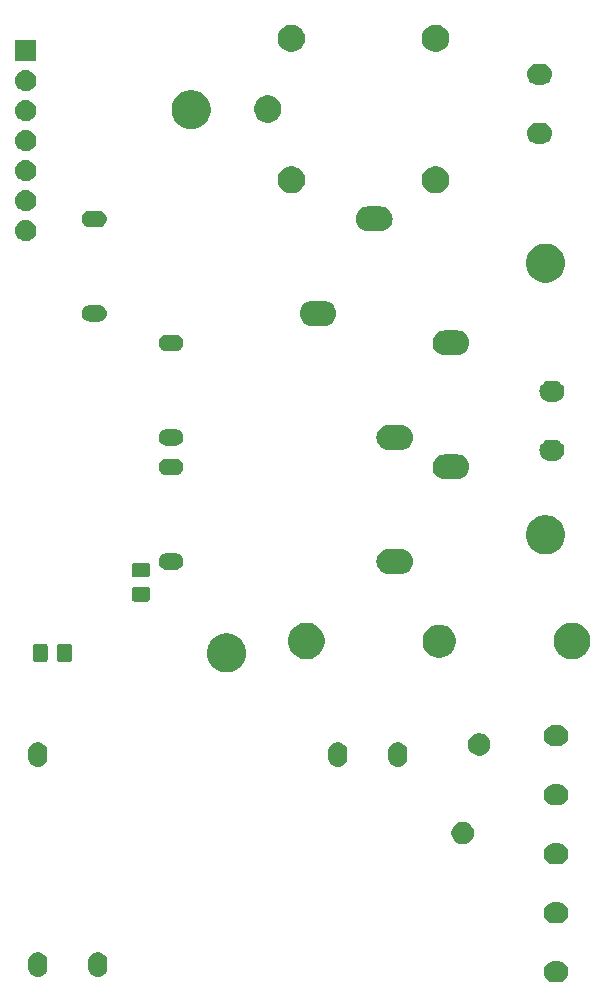
<source format=gbr>
G04 #@! TF.GenerationSoftware,KiCad,Pcbnew,5.0.2+dfsg1-1~bpo9+1*
G04 #@! TF.CreationDate,2019-02-03T14:49:37+01:00*
G04 #@! TF.ProjectId,rollershutter-light-control,726f6c6c-6572-4736-9875-747465722d6c,rev?*
G04 #@! TF.SameCoordinates,Original*
G04 #@! TF.FileFunction,Soldermask,Bot*
G04 #@! TF.FilePolarity,Negative*
%FSLAX46Y46*%
G04 Gerber Fmt 4.6, Leading zero omitted, Abs format (unit mm)*
G04 Created by KiCad (PCBNEW 5.0.2+dfsg1-1~bpo9+1) date Sun 03 Feb 2019 02:49:37 PM CET*
%MOMM*%
%LPD*%
G01*
G04 APERTURE LIST*
%ADD10C,0.100000*%
G04 APERTURE END LIST*
D10*
G36*
X258160442Y-147105518D02*
X258226627Y-147112037D01*
X258339853Y-147146384D01*
X258396467Y-147163557D01*
X258535087Y-147237652D01*
X258552991Y-147247222D01*
X258588729Y-147276552D01*
X258690186Y-147359814D01*
X258773448Y-147461271D01*
X258802778Y-147497009D01*
X258802779Y-147497011D01*
X258886443Y-147653533D01*
X258886443Y-147653534D01*
X258937963Y-147823373D01*
X258955359Y-148000000D01*
X258937963Y-148176627D01*
X258929156Y-148205659D01*
X258886443Y-148346467D01*
X258867050Y-148382748D01*
X258802778Y-148502991D01*
X258773448Y-148538729D01*
X258690186Y-148640186D01*
X258588729Y-148723448D01*
X258552991Y-148752778D01*
X258552989Y-148752779D01*
X258396467Y-148836443D01*
X258339853Y-148853616D01*
X258226627Y-148887963D01*
X258160443Y-148894481D01*
X258094260Y-148901000D01*
X257705740Y-148901000D01*
X257639557Y-148894481D01*
X257573373Y-148887963D01*
X257460147Y-148853616D01*
X257403533Y-148836443D01*
X257247011Y-148752779D01*
X257247009Y-148752778D01*
X257211271Y-148723448D01*
X257109814Y-148640186D01*
X257026552Y-148538729D01*
X256997222Y-148502991D01*
X256932950Y-148382748D01*
X256913557Y-148346467D01*
X256870844Y-148205659D01*
X256862037Y-148176627D01*
X256844641Y-148000000D01*
X256862037Y-147823373D01*
X256913557Y-147653534D01*
X256913557Y-147653533D01*
X256997221Y-147497011D01*
X256997222Y-147497009D01*
X257026552Y-147461271D01*
X257109814Y-147359814D01*
X257211271Y-147276552D01*
X257247009Y-147247222D01*
X257264913Y-147237652D01*
X257403533Y-147163557D01*
X257460147Y-147146384D01*
X257573373Y-147112037D01*
X257639558Y-147105518D01*
X257705740Y-147099000D01*
X258094260Y-147099000D01*
X258160442Y-147105518D01*
X258160442Y-147105518D01*
G37*
G36*
X214169376Y-146350764D02*
X214271543Y-146381756D01*
X214322628Y-146397252D01*
X214463865Y-146472745D01*
X214587659Y-146574341D01*
X214689255Y-146698135D01*
X214764748Y-146839372D01*
X214764748Y-146839373D01*
X214811236Y-146992624D01*
X214823000Y-147112068D01*
X214823000Y-147667933D01*
X214811236Y-147787376D01*
X214780244Y-147889543D01*
X214764748Y-147940628D01*
X214689255Y-148081865D01*
X214611487Y-148176625D01*
X214587659Y-148205659D01*
X214463863Y-148307255D01*
X214398120Y-148342395D01*
X214322627Y-148382748D01*
X214271542Y-148398244D01*
X214169375Y-148429236D01*
X214010000Y-148444933D01*
X213850624Y-148429236D01*
X213748457Y-148398244D01*
X213697372Y-148382748D01*
X213556135Y-148307255D01*
X213432341Y-148205659D01*
X213330746Y-148081864D01*
X213255252Y-147940627D01*
X213239756Y-147889542D01*
X213208764Y-147787375D01*
X213197000Y-147667932D01*
X213197000Y-147112067D01*
X213208764Y-146992624D01*
X213255252Y-146839373D01*
X213255252Y-146839372D01*
X213330746Y-146698135D01*
X213432342Y-146574341D01*
X213556136Y-146472745D01*
X213697373Y-146397252D01*
X213748458Y-146381756D01*
X213850625Y-146350764D01*
X214010000Y-146335067D01*
X214169376Y-146350764D01*
X214169376Y-146350764D01*
G37*
G36*
X219249376Y-146350764D02*
X219351543Y-146381756D01*
X219402628Y-146397252D01*
X219543865Y-146472745D01*
X219667659Y-146574341D01*
X219769255Y-146698135D01*
X219844748Y-146839372D01*
X219844748Y-146839373D01*
X219891236Y-146992624D01*
X219903000Y-147112068D01*
X219903000Y-147667933D01*
X219891236Y-147787376D01*
X219860244Y-147889543D01*
X219844748Y-147940628D01*
X219769255Y-148081865D01*
X219691487Y-148176625D01*
X219667659Y-148205659D01*
X219543863Y-148307255D01*
X219478120Y-148342395D01*
X219402627Y-148382748D01*
X219351542Y-148398244D01*
X219249375Y-148429236D01*
X219090000Y-148444933D01*
X218930624Y-148429236D01*
X218828457Y-148398244D01*
X218777372Y-148382748D01*
X218636135Y-148307255D01*
X218512341Y-148205659D01*
X218410746Y-148081864D01*
X218335252Y-147940627D01*
X218319756Y-147889542D01*
X218288764Y-147787375D01*
X218277000Y-147667932D01*
X218277000Y-147112067D01*
X218288764Y-146992624D01*
X218335252Y-146839373D01*
X218335252Y-146839372D01*
X218410746Y-146698135D01*
X218512342Y-146574341D01*
X218636136Y-146472745D01*
X218777373Y-146397252D01*
X218828458Y-146381756D01*
X218930625Y-146350764D01*
X219090000Y-146335067D01*
X219249376Y-146350764D01*
X219249376Y-146350764D01*
G37*
G36*
X258160443Y-142105519D02*
X258226627Y-142112037D01*
X258339853Y-142146384D01*
X258396467Y-142163557D01*
X258535087Y-142237652D01*
X258552991Y-142247222D01*
X258588729Y-142276552D01*
X258690186Y-142359814D01*
X258773448Y-142461271D01*
X258802778Y-142497009D01*
X258802779Y-142497011D01*
X258886443Y-142653533D01*
X258886443Y-142653534D01*
X258937963Y-142823373D01*
X258955359Y-143000000D01*
X258937963Y-143176627D01*
X258903616Y-143289853D01*
X258886443Y-143346467D01*
X258812348Y-143485087D01*
X258802778Y-143502991D01*
X258773448Y-143538729D01*
X258690186Y-143640186D01*
X258588729Y-143723448D01*
X258552991Y-143752778D01*
X258552989Y-143752779D01*
X258396467Y-143836443D01*
X258339853Y-143853616D01*
X258226627Y-143887963D01*
X258160442Y-143894482D01*
X258094260Y-143901000D01*
X257705740Y-143901000D01*
X257639558Y-143894482D01*
X257573373Y-143887963D01*
X257460147Y-143853616D01*
X257403533Y-143836443D01*
X257247011Y-143752779D01*
X257247009Y-143752778D01*
X257211271Y-143723448D01*
X257109814Y-143640186D01*
X257026552Y-143538729D01*
X256997222Y-143502991D01*
X256987652Y-143485087D01*
X256913557Y-143346467D01*
X256896384Y-143289853D01*
X256862037Y-143176627D01*
X256844641Y-143000000D01*
X256862037Y-142823373D01*
X256913557Y-142653534D01*
X256913557Y-142653533D01*
X256997221Y-142497011D01*
X256997222Y-142497009D01*
X257026552Y-142461271D01*
X257109814Y-142359814D01*
X257211271Y-142276552D01*
X257247009Y-142247222D01*
X257264913Y-142237652D01*
X257403533Y-142163557D01*
X257460147Y-142146384D01*
X257573373Y-142112037D01*
X257639557Y-142105519D01*
X257705740Y-142099000D01*
X258094260Y-142099000D01*
X258160443Y-142105519D01*
X258160443Y-142105519D01*
G37*
G36*
X258160442Y-137105518D02*
X258226627Y-137112037D01*
X258339853Y-137146384D01*
X258396467Y-137163557D01*
X258535087Y-137237652D01*
X258552991Y-137247222D01*
X258588729Y-137276552D01*
X258690186Y-137359814D01*
X258773448Y-137461271D01*
X258802778Y-137497009D01*
X258802779Y-137497011D01*
X258886443Y-137653533D01*
X258886443Y-137653534D01*
X258937963Y-137823373D01*
X258955359Y-138000000D01*
X258937963Y-138176627D01*
X258903616Y-138289853D01*
X258886443Y-138346467D01*
X258812348Y-138485087D01*
X258802778Y-138502991D01*
X258773448Y-138538729D01*
X258690186Y-138640186D01*
X258588729Y-138723448D01*
X258552991Y-138752778D01*
X258552989Y-138752779D01*
X258396467Y-138836443D01*
X258339853Y-138853616D01*
X258226627Y-138887963D01*
X258160443Y-138894481D01*
X258094260Y-138901000D01*
X257705740Y-138901000D01*
X257639557Y-138894481D01*
X257573373Y-138887963D01*
X257460147Y-138853616D01*
X257403533Y-138836443D01*
X257247011Y-138752779D01*
X257247009Y-138752778D01*
X257211271Y-138723448D01*
X257109814Y-138640186D01*
X257026552Y-138538729D01*
X256997222Y-138502991D01*
X256987652Y-138485087D01*
X256913557Y-138346467D01*
X256896384Y-138289853D01*
X256862037Y-138176627D01*
X256844641Y-138000000D01*
X256862037Y-137823373D01*
X256913557Y-137653534D01*
X256913557Y-137653533D01*
X256997221Y-137497011D01*
X256997222Y-137497009D01*
X257026552Y-137461271D01*
X257109814Y-137359814D01*
X257211271Y-137276552D01*
X257247009Y-137247222D01*
X257264913Y-137237652D01*
X257403533Y-137163557D01*
X257460147Y-137146384D01*
X257573373Y-137112037D01*
X257639558Y-137105518D01*
X257705740Y-137099000D01*
X258094260Y-137099000D01*
X258160442Y-137105518D01*
X258160442Y-137105518D01*
G37*
G36*
X250277396Y-135335546D02*
X250450466Y-135407234D01*
X250606230Y-135511312D01*
X250738688Y-135643770D01*
X250842766Y-135799534D01*
X250914454Y-135972604D01*
X250951000Y-136156333D01*
X250951000Y-136343667D01*
X250914454Y-136527396D01*
X250842766Y-136700466D01*
X250738688Y-136856230D01*
X250606230Y-136988688D01*
X250450466Y-137092766D01*
X250277396Y-137164454D01*
X250093667Y-137201000D01*
X249906333Y-137201000D01*
X249722604Y-137164454D01*
X249549534Y-137092766D01*
X249393770Y-136988688D01*
X249261312Y-136856230D01*
X249157234Y-136700466D01*
X249085546Y-136527396D01*
X249049000Y-136343667D01*
X249049000Y-136156333D01*
X249085546Y-135972604D01*
X249157234Y-135799534D01*
X249261312Y-135643770D01*
X249393770Y-135511312D01*
X249549534Y-135407234D01*
X249722604Y-135335546D01*
X249906333Y-135299000D01*
X250093667Y-135299000D01*
X250277396Y-135335546D01*
X250277396Y-135335546D01*
G37*
G36*
X258160443Y-132105519D02*
X258226627Y-132112037D01*
X258339853Y-132146384D01*
X258396467Y-132163557D01*
X258535087Y-132237652D01*
X258552991Y-132247222D01*
X258588729Y-132276552D01*
X258690186Y-132359814D01*
X258773448Y-132461271D01*
X258802778Y-132497009D01*
X258802779Y-132497011D01*
X258886443Y-132653533D01*
X258886443Y-132653534D01*
X258937963Y-132823373D01*
X258955359Y-133000000D01*
X258937963Y-133176627D01*
X258903616Y-133289853D01*
X258886443Y-133346467D01*
X258812348Y-133485087D01*
X258802778Y-133502991D01*
X258773448Y-133538729D01*
X258690186Y-133640186D01*
X258588729Y-133723448D01*
X258552991Y-133752778D01*
X258552989Y-133752779D01*
X258396467Y-133836443D01*
X258339853Y-133853616D01*
X258226627Y-133887963D01*
X258160443Y-133894481D01*
X258094260Y-133901000D01*
X257705740Y-133901000D01*
X257639557Y-133894481D01*
X257573373Y-133887963D01*
X257460147Y-133853616D01*
X257403533Y-133836443D01*
X257247011Y-133752779D01*
X257247009Y-133752778D01*
X257211271Y-133723448D01*
X257109814Y-133640186D01*
X257026552Y-133538729D01*
X256997222Y-133502991D01*
X256987652Y-133485087D01*
X256913557Y-133346467D01*
X256896384Y-133289853D01*
X256862037Y-133176627D01*
X256844641Y-133000000D01*
X256862037Y-132823373D01*
X256913557Y-132653534D01*
X256913557Y-132653533D01*
X256997221Y-132497011D01*
X256997222Y-132497009D01*
X257026552Y-132461271D01*
X257109814Y-132359814D01*
X257211271Y-132276552D01*
X257247009Y-132247222D01*
X257264913Y-132237652D01*
X257403533Y-132163557D01*
X257460147Y-132146384D01*
X257573373Y-132112037D01*
X257639557Y-132105519D01*
X257705740Y-132099000D01*
X258094260Y-132099000D01*
X258160443Y-132105519D01*
X258160443Y-132105519D01*
G37*
G36*
X244649376Y-128570764D02*
X244751543Y-128601756D01*
X244802628Y-128617252D01*
X244943865Y-128692745D01*
X245067659Y-128794341D01*
X245169255Y-128918135D01*
X245244748Y-129059372D01*
X245244748Y-129059373D01*
X245291236Y-129212624D01*
X245303000Y-129332068D01*
X245303000Y-129887933D01*
X245291236Y-130007376D01*
X245260244Y-130109543D01*
X245244748Y-130160628D01*
X245169255Y-130301865D01*
X245067659Y-130425659D01*
X244943863Y-130527255D01*
X244878120Y-130562395D01*
X244802627Y-130602748D01*
X244751542Y-130618244D01*
X244649375Y-130649236D01*
X244490000Y-130664933D01*
X244330624Y-130649236D01*
X244228457Y-130618244D01*
X244177372Y-130602748D01*
X244036135Y-130527255D01*
X243912341Y-130425659D01*
X243810746Y-130301864D01*
X243735252Y-130160627D01*
X243719756Y-130109542D01*
X243688764Y-130007375D01*
X243677000Y-129887932D01*
X243677000Y-129332067D01*
X243688764Y-129212624D01*
X243735252Y-129059373D01*
X243735252Y-129059372D01*
X243810746Y-128918135D01*
X243912342Y-128794341D01*
X244036136Y-128692745D01*
X244177373Y-128617252D01*
X244228458Y-128601756D01*
X244330625Y-128570764D01*
X244490000Y-128555067D01*
X244649376Y-128570764D01*
X244649376Y-128570764D01*
G37*
G36*
X239569376Y-128570764D02*
X239671543Y-128601756D01*
X239722628Y-128617252D01*
X239863865Y-128692745D01*
X239987659Y-128794341D01*
X240089255Y-128918135D01*
X240164748Y-129059372D01*
X240164748Y-129059373D01*
X240211236Y-129212624D01*
X240223000Y-129332068D01*
X240223000Y-129887933D01*
X240211236Y-130007376D01*
X240180244Y-130109543D01*
X240164748Y-130160628D01*
X240089255Y-130301865D01*
X239987659Y-130425659D01*
X239863863Y-130527255D01*
X239798120Y-130562395D01*
X239722627Y-130602748D01*
X239671542Y-130618244D01*
X239569375Y-130649236D01*
X239410000Y-130664933D01*
X239250624Y-130649236D01*
X239148457Y-130618244D01*
X239097372Y-130602748D01*
X238956135Y-130527255D01*
X238832341Y-130425659D01*
X238730746Y-130301864D01*
X238655252Y-130160627D01*
X238639756Y-130109542D01*
X238608764Y-130007375D01*
X238597000Y-129887932D01*
X238597000Y-129332067D01*
X238608764Y-129212624D01*
X238655252Y-129059373D01*
X238655252Y-129059372D01*
X238730746Y-128918135D01*
X238832342Y-128794341D01*
X238956136Y-128692745D01*
X239097373Y-128617252D01*
X239148458Y-128601756D01*
X239250625Y-128570764D01*
X239410000Y-128555067D01*
X239569376Y-128570764D01*
X239569376Y-128570764D01*
G37*
G36*
X214169376Y-128570764D02*
X214271543Y-128601756D01*
X214322628Y-128617252D01*
X214463865Y-128692745D01*
X214587659Y-128794341D01*
X214689255Y-128918135D01*
X214764748Y-129059372D01*
X214764748Y-129059373D01*
X214811236Y-129212624D01*
X214823000Y-129332068D01*
X214823000Y-129887933D01*
X214811236Y-130007376D01*
X214780244Y-130109543D01*
X214764748Y-130160628D01*
X214689255Y-130301865D01*
X214587659Y-130425659D01*
X214463863Y-130527255D01*
X214398120Y-130562395D01*
X214322627Y-130602748D01*
X214271542Y-130618244D01*
X214169375Y-130649236D01*
X214010000Y-130664933D01*
X213850624Y-130649236D01*
X213748457Y-130618244D01*
X213697372Y-130602748D01*
X213556135Y-130527255D01*
X213432341Y-130425659D01*
X213330746Y-130301864D01*
X213255252Y-130160627D01*
X213239756Y-130109542D01*
X213208764Y-130007375D01*
X213197000Y-129887932D01*
X213197000Y-129332067D01*
X213208764Y-129212624D01*
X213255252Y-129059373D01*
X213255252Y-129059372D01*
X213330746Y-128918135D01*
X213432342Y-128794341D01*
X213556136Y-128692745D01*
X213697373Y-128617252D01*
X213748458Y-128601756D01*
X213850625Y-128570764D01*
X214010000Y-128555067D01*
X214169376Y-128570764D01*
X214169376Y-128570764D01*
G37*
G36*
X251677396Y-127835546D02*
X251850466Y-127907234D01*
X252006230Y-128011312D01*
X252138688Y-128143770D01*
X252242766Y-128299534D01*
X252314454Y-128472604D01*
X252351000Y-128656333D01*
X252351000Y-128843667D01*
X252314454Y-129027396D01*
X252242766Y-129200466D01*
X252138688Y-129356230D01*
X252006230Y-129488688D01*
X251850466Y-129592766D01*
X251677396Y-129664454D01*
X251493667Y-129701000D01*
X251306333Y-129701000D01*
X251122604Y-129664454D01*
X250949534Y-129592766D01*
X250793770Y-129488688D01*
X250661312Y-129356230D01*
X250557234Y-129200466D01*
X250485546Y-129027396D01*
X250449000Y-128843667D01*
X250449000Y-128656333D01*
X250485546Y-128472604D01*
X250557234Y-128299534D01*
X250661312Y-128143770D01*
X250793770Y-128011312D01*
X250949534Y-127907234D01*
X251122604Y-127835546D01*
X251306333Y-127799000D01*
X251493667Y-127799000D01*
X251677396Y-127835546D01*
X251677396Y-127835546D01*
G37*
G36*
X258160443Y-127105519D02*
X258226627Y-127112037D01*
X258339853Y-127146384D01*
X258396467Y-127163557D01*
X258535087Y-127237652D01*
X258552991Y-127247222D01*
X258588729Y-127276552D01*
X258690186Y-127359814D01*
X258773448Y-127461271D01*
X258802778Y-127497009D01*
X258802779Y-127497011D01*
X258886443Y-127653533D01*
X258886443Y-127653534D01*
X258937963Y-127823373D01*
X258955359Y-128000000D01*
X258937963Y-128176627D01*
X258903616Y-128289853D01*
X258886443Y-128346467D01*
X258819020Y-128472604D01*
X258802778Y-128502991D01*
X258773448Y-128538729D01*
X258690186Y-128640186D01*
X258588729Y-128723448D01*
X258552991Y-128752778D01*
X258552989Y-128752779D01*
X258396467Y-128836443D01*
X258372652Y-128843667D01*
X258226627Y-128887963D01*
X258160443Y-128894481D01*
X258094260Y-128901000D01*
X257705740Y-128901000D01*
X257639557Y-128894481D01*
X257573373Y-128887963D01*
X257427348Y-128843667D01*
X257403533Y-128836443D01*
X257247011Y-128752779D01*
X257247009Y-128752778D01*
X257211271Y-128723448D01*
X257109814Y-128640186D01*
X257026552Y-128538729D01*
X256997222Y-128502991D01*
X256980980Y-128472604D01*
X256913557Y-128346467D01*
X256896384Y-128289853D01*
X256862037Y-128176627D01*
X256844641Y-128000000D01*
X256862037Y-127823373D01*
X256913557Y-127653534D01*
X256913557Y-127653533D01*
X256997221Y-127497011D01*
X256997222Y-127497009D01*
X257026552Y-127461271D01*
X257109814Y-127359814D01*
X257211271Y-127276552D01*
X257247009Y-127247222D01*
X257264913Y-127237652D01*
X257403533Y-127163557D01*
X257460147Y-127146384D01*
X257573373Y-127112037D01*
X257639557Y-127105519D01*
X257705740Y-127099000D01*
X258094260Y-127099000D01*
X258160443Y-127105519D01*
X258160443Y-127105519D01*
G37*
G36*
X230375256Y-119391298D02*
X230481579Y-119412447D01*
X230782042Y-119536903D01*
X230863517Y-119591343D01*
X231052454Y-119717587D01*
X231282413Y-119947546D01*
X231282415Y-119947549D01*
X231409663Y-120137988D01*
X231463098Y-120217960D01*
X231478121Y-120254230D01*
X231543192Y-120411323D01*
X231587553Y-120518422D01*
X231651000Y-120837389D01*
X231651000Y-121162611D01*
X231614290Y-121347161D01*
X231587553Y-121481579D01*
X231527581Y-121626364D01*
X231463098Y-121782040D01*
X231282413Y-122052454D01*
X231052454Y-122282413D01*
X231052451Y-122282415D01*
X230782042Y-122463097D01*
X230481579Y-122587553D01*
X230375256Y-122608702D01*
X230162611Y-122651000D01*
X229837389Y-122651000D01*
X229624744Y-122608702D01*
X229518421Y-122587553D01*
X229217958Y-122463097D01*
X228947549Y-122282415D01*
X228947546Y-122282413D01*
X228717587Y-122052454D01*
X228536902Y-121782040D01*
X228472419Y-121626364D01*
X228412447Y-121481579D01*
X228385710Y-121347161D01*
X228349000Y-121162611D01*
X228349000Y-120837389D01*
X228412447Y-120518422D01*
X228456809Y-120411323D01*
X228521879Y-120254230D01*
X228536902Y-120217960D01*
X228590338Y-120137988D01*
X228717585Y-119947549D01*
X228717587Y-119947546D01*
X228947546Y-119717587D01*
X229136483Y-119591343D01*
X229217958Y-119536903D01*
X229518421Y-119412447D01*
X229624744Y-119391298D01*
X229837389Y-119349000D01*
X230162611Y-119349000D01*
X230375256Y-119391298D01*
X230375256Y-119391298D01*
G37*
G36*
X216738677Y-120253465D02*
X216776364Y-120264898D01*
X216811103Y-120283466D01*
X216841548Y-120308452D01*
X216866534Y-120338897D01*
X216885102Y-120373636D01*
X216896535Y-120411323D01*
X216901000Y-120456661D01*
X216901000Y-121543339D01*
X216896535Y-121588677D01*
X216885102Y-121626364D01*
X216866534Y-121661103D01*
X216841548Y-121691548D01*
X216811103Y-121716534D01*
X216776364Y-121735102D01*
X216738677Y-121746535D01*
X216693339Y-121751000D01*
X215856661Y-121751000D01*
X215811323Y-121746535D01*
X215773636Y-121735102D01*
X215738897Y-121716534D01*
X215708452Y-121691548D01*
X215683466Y-121661103D01*
X215664898Y-121626364D01*
X215653465Y-121588677D01*
X215649000Y-121543339D01*
X215649000Y-120456661D01*
X215653465Y-120411323D01*
X215664898Y-120373636D01*
X215683466Y-120338897D01*
X215708452Y-120308452D01*
X215738897Y-120283466D01*
X215773636Y-120264898D01*
X215811323Y-120253465D01*
X215856661Y-120249000D01*
X216693339Y-120249000D01*
X216738677Y-120253465D01*
X216738677Y-120253465D01*
G37*
G36*
X214688677Y-120253465D02*
X214726364Y-120264898D01*
X214761103Y-120283466D01*
X214791548Y-120308452D01*
X214816534Y-120338897D01*
X214835102Y-120373636D01*
X214846535Y-120411323D01*
X214851000Y-120456661D01*
X214851000Y-121543339D01*
X214846535Y-121588677D01*
X214835102Y-121626364D01*
X214816534Y-121661103D01*
X214791548Y-121691548D01*
X214761103Y-121716534D01*
X214726364Y-121735102D01*
X214688677Y-121746535D01*
X214643339Y-121751000D01*
X213806661Y-121751000D01*
X213761323Y-121746535D01*
X213723636Y-121735102D01*
X213688897Y-121716534D01*
X213658452Y-121691548D01*
X213633466Y-121661103D01*
X213614898Y-121626364D01*
X213603465Y-121588677D01*
X213599000Y-121543339D01*
X213599000Y-120456661D01*
X213603465Y-120411323D01*
X213614898Y-120373636D01*
X213633466Y-120338897D01*
X213658452Y-120308452D01*
X213688897Y-120283466D01*
X213723636Y-120264898D01*
X213761323Y-120253465D01*
X213806661Y-120249000D01*
X214643339Y-120249000D01*
X214688677Y-120253465D01*
X214688677Y-120253465D01*
G37*
G36*
X237102527Y-118488736D02*
X237202410Y-118508604D01*
X237484674Y-118625521D01*
X237738705Y-118795259D01*
X237954741Y-119011295D01*
X238124479Y-119265326D01*
X238236969Y-119536903D01*
X238241396Y-119547591D01*
X238301000Y-119847238D01*
X238301000Y-120152762D01*
X238277736Y-120269718D01*
X238241396Y-120452410D01*
X238124479Y-120734674D01*
X237954741Y-120988705D01*
X237738705Y-121204741D01*
X237484674Y-121374479D01*
X237202410Y-121491396D01*
X237102527Y-121511264D01*
X236902762Y-121551000D01*
X236597238Y-121551000D01*
X236397473Y-121511264D01*
X236297590Y-121491396D01*
X236015326Y-121374479D01*
X235761295Y-121204741D01*
X235545259Y-120988705D01*
X235375521Y-120734674D01*
X235258604Y-120452410D01*
X235222264Y-120269718D01*
X235199000Y-120152762D01*
X235199000Y-119847238D01*
X235258604Y-119547591D01*
X235263031Y-119536903D01*
X235375521Y-119265326D01*
X235545259Y-119011295D01*
X235761295Y-118795259D01*
X236015326Y-118625521D01*
X236297590Y-118508604D01*
X236397473Y-118488736D01*
X236597238Y-118449000D01*
X236902762Y-118449000D01*
X237102527Y-118488736D01*
X237102527Y-118488736D01*
G37*
G36*
X259602527Y-118488736D02*
X259702410Y-118508604D01*
X259984674Y-118625521D01*
X260238705Y-118795259D01*
X260454741Y-119011295D01*
X260624479Y-119265326D01*
X260736969Y-119536903D01*
X260741396Y-119547591D01*
X260801000Y-119847238D01*
X260801000Y-120152762D01*
X260777736Y-120269718D01*
X260741396Y-120452410D01*
X260624479Y-120734674D01*
X260454741Y-120988705D01*
X260238705Y-121204741D01*
X259984674Y-121374479D01*
X259702410Y-121491396D01*
X259602527Y-121511264D01*
X259402762Y-121551000D01*
X259097238Y-121551000D01*
X258897473Y-121511264D01*
X258797590Y-121491396D01*
X258515326Y-121374479D01*
X258261295Y-121204741D01*
X258045259Y-120988705D01*
X257875521Y-120734674D01*
X257758604Y-120452410D01*
X257722264Y-120269718D01*
X257699000Y-120152762D01*
X257699000Y-119847238D01*
X257758604Y-119547591D01*
X257763031Y-119536903D01*
X257875521Y-119265326D01*
X258045259Y-119011295D01*
X258261295Y-118795259D01*
X258515326Y-118625521D01*
X258797590Y-118508604D01*
X258897473Y-118488736D01*
X259097238Y-118449000D01*
X259402762Y-118449000D01*
X259602527Y-118488736D01*
X259602527Y-118488736D01*
G37*
G36*
X248318433Y-118634893D02*
X248408657Y-118652839D01*
X248514267Y-118696585D01*
X248663621Y-118758449D01*
X248893089Y-118911774D01*
X249088226Y-119106911D01*
X249241551Y-119336379D01*
X249273059Y-119412447D01*
X249329038Y-119547590D01*
X249347161Y-119591344D01*
X249401000Y-119862012D01*
X249401000Y-120137988D01*
X249378918Y-120249000D01*
X249347161Y-120408657D01*
X249327277Y-120456661D01*
X249241551Y-120663621D01*
X249088226Y-120893089D01*
X248893089Y-121088226D01*
X248663621Y-121241551D01*
X248514267Y-121303415D01*
X248408657Y-121347161D01*
X248318433Y-121365107D01*
X248137988Y-121401000D01*
X247862012Y-121401000D01*
X247681567Y-121365107D01*
X247591343Y-121347161D01*
X247485733Y-121303415D01*
X247336379Y-121241551D01*
X247106911Y-121088226D01*
X246911774Y-120893089D01*
X246758449Y-120663621D01*
X246672723Y-120456661D01*
X246652839Y-120408657D01*
X246621082Y-120249000D01*
X246599000Y-120137988D01*
X246599000Y-119862012D01*
X246652839Y-119591344D01*
X246670963Y-119547590D01*
X246726941Y-119412447D01*
X246758449Y-119336379D01*
X246911774Y-119106911D01*
X247106911Y-118911774D01*
X247336379Y-118758449D01*
X247485733Y-118696585D01*
X247591343Y-118652839D01*
X247681567Y-118634893D01*
X247862012Y-118599000D01*
X248137988Y-118599000D01*
X248318433Y-118634893D01*
X248318433Y-118634893D01*
G37*
G36*
X223338677Y-115403465D02*
X223376364Y-115414898D01*
X223411103Y-115433466D01*
X223441548Y-115458452D01*
X223466534Y-115488897D01*
X223485102Y-115523636D01*
X223496535Y-115561323D01*
X223501000Y-115606661D01*
X223501000Y-116443339D01*
X223496535Y-116488677D01*
X223485102Y-116526364D01*
X223466534Y-116561103D01*
X223441548Y-116591548D01*
X223411103Y-116616534D01*
X223376364Y-116635102D01*
X223338677Y-116646535D01*
X223293339Y-116651000D01*
X222206661Y-116651000D01*
X222161323Y-116646535D01*
X222123636Y-116635102D01*
X222088897Y-116616534D01*
X222058452Y-116591548D01*
X222033466Y-116561103D01*
X222014898Y-116526364D01*
X222003465Y-116488677D01*
X221999000Y-116443339D01*
X221999000Y-115606661D01*
X222003465Y-115561323D01*
X222014898Y-115523636D01*
X222033466Y-115488897D01*
X222058452Y-115458452D01*
X222088897Y-115433466D01*
X222123636Y-115414898D01*
X222161323Y-115403465D01*
X222206661Y-115399000D01*
X223293339Y-115399000D01*
X223338677Y-115403465D01*
X223338677Y-115403465D01*
G37*
G36*
X223338677Y-113353465D02*
X223376364Y-113364898D01*
X223411103Y-113383466D01*
X223441548Y-113408452D01*
X223466534Y-113438897D01*
X223485102Y-113473636D01*
X223496535Y-113511323D01*
X223501000Y-113556661D01*
X223501000Y-114393339D01*
X223496535Y-114438677D01*
X223485102Y-114476364D01*
X223466534Y-114511103D01*
X223441548Y-114541548D01*
X223411103Y-114566534D01*
X223376364Y-114585102D01*
X223338677Y-114596535D01*
X223293339Y-114601000D01*
X222206661Y-114601000D01*
X222161323Y-114596535D01*
X222123636Y-114585102D01*
X222088897Y-114566534D01*
X222058452Y-114541548D01*
X222033466Y-114511103D01*
X222014898Y-114476364D01*
X222003465Y-114438677D01*
X221999000Y-114393339D01*
X221999000Y-113556661D01*
X222003465Y-113511323D01*
X222014898Y-113473636D01*
X222033466Y-113438897D01*
X222058452Y-113408452D01*
X222088897Y-113383466D01*
X222123636Y-113364898D01*
X222161323Y-113353465D01*
X222206661Y-113349000D01*
X223293339Y-113349000D01*
X223338677Y-113353465D01*
X223338677Y-113353465D01*
G37*
G36*
X244832510Y-112202041D02*
X244956032Y-112214207D01*
X245154146Y-112274305D01*
X245336729Y-112371897D01*
X245496765Y-112503235D01*
X245628103Y-112663271D01*
X245725695Y-112845854D01*
X245785793Y-113043968D01*
X245806085Y-113250000D01*
X245785793Y-113456032D01*
X245725695Y-113654146D01*
X245628103Y-113836729D01*
X245496765Y-113996765D01*
X245336729Y-114128103D01*
X245154146Y-114225695D01*
X244956032Y-114285793D01*
X244832510Y-114297959D01*
X244801631Y-114301000D01*
X243698369Y-114301000D01*
X243667490Y-114297959D01*
X243543968Y-114285793D01*
X243345854Y-114225695D01*
X243163271Y-114128103D01*
X243003235Y-113996765D01*
X242871897Y-113836729D01*
X242774305Y-113654146D01*
X242714207Y-113456032D01*
X242693915Y-113250000D01*
X242714207Y-113043968D01*
X242774305Y-112845854D01*
X242871897Y-112663271D01*
X243003235Y-112503235D01*
X243163271Y-112371897D01*
X243345854Y-112274305D01*
X243543968Y-112214207D01*
X243667490Y-112202041D01*
X243698369Y-112199000D01*
X244801631Y-112199000D01*
X244832510Y-112202041D01*
X244832510Y-112202041D01*
G37*
G36*
X225787421Y-112559143D02*
X225919557Y-112599227D01*
X225919559Y-112599228D01*
X226041339Y-112664320D01*
X226148080Y-112751920D01*
X226235680Y-112858661D01*
X226300772Y-112980441D01*
X226300773Y-112980443D01*
X226340857Y-113112579D01*
X226354391Y-113250000D01*
X226340857Y-113387421D01*
X226300773Y-113519557D01*
X226300772Y-113519559D01*
X226235680Y-113641339D01*
X226148080Y-113748080D01*
X226041339Y-113835680D01*
X225919559Y-113900772D01*
X225919557Y-113900773D01*
X225787421Y-113940857D01*
X225684432Y-113951000D01*
X224915568Y-113951000D01*
X224812579Y-113940857D01*
X224680443Y-113900773D01*
X224680441Y-113900772D01*
X224558661Y-113835680D01*
X224451920Y-113748080D01*
X224364320Y-113641339D01*
X224299228Y-113519559D01*
X224299227Y-113519557D01*
X224259143Y-113387421D01*
X224245609Y-113250000D01*
X224259143Y-113112579D01*
X224299227Y-112980443D01*
X224299228Y-112980441D01*
X224364320Y-112858661D01*
X224451920Y-112751920D01*
X224558661Y-112664320D01*
X224680441Y-112599228D01*
X224680443Y-112599227D01*
X224812579Y-112559143D01*
X224915568Y-112549000D01*
X225684432Y-112549000D01*
X225787421Y-112559143D01*
X225787421Y-112559143D01*
G37*
G36*
X257375256Y-109391298D02*
X257481579Y-109412447D01*
X257782042Y-109536903D01*
X258048852Y-109715180D01*
X258052454Y-109717587D01*
X258282413Y-109947546D01*
X258463098Y-110217960D01*
X258587553Y-110518422D01*
X258651000Y-110837389D01*
X258651000Y-111162611D01*
X258587553Y-111481578D01*
X258463098Y-111782040D01*
X258282413Y-112052454D01*
X258052454Y-112282413D01*
X258052451Y-112282415D01*
X257782042Y-112463097D01*
X257481579Y-112587553D01*
X257375256Y-112608702D01*
X257162611Y-112651000D01*
X256837389Y-112651000D01*
X256624744Y-112608702D01*
X256518421Y-112587553D01*
X256217958Y-112463097D01*
X255947549Y-112282415D01*
X255947546Y-112282413D01*
X255717587Y-112052454D01*
X255536902Y-111782040D01*
X255412447Y-111481578D01*
X255349000Y-111162611D01*
X255349000Y-110837389D01*
X255412447Y-110518422D01*
X255536902Y-110217960D01*
X255717587Y-109947546D01*
X255947546Y-109717587D01*
X255951148Y-109715180D01*
X256217958Y-109536903D01*
X256518421Y-109412447D01*
X256624744Y-109391298D01*
X256837389Y-109349000D01*
X257162611Y-109349000D01*
X257375256Y-109391298D01*
X257375256Y-109391298D01*
G37*
G36*
X249582510Y-104202041D02*
X249706032Y-104214207D01*
X249904146Y-104274305D01*
X250086729Y-104371897D01*
X250246765Y-104503235D01*
X250378103Y-104663271D01*
X250475695Y-104845854D01*
X250535793Y-105043968D01*
X250556085Y-105250000D01*
X250535793Y-105456032D01*
X250475695Y-105654146D01*
X250378103Y-105836729D01*
X250246765Y-105996765D01*
X250086729Y-106128103D01*
X249904146Y-106225695D01*
X249706032Y-106285793D01*
X249582510Y-106297959D01*
X249551631Y-106301000D01*
X248448369Y-106301000D01*
X248417490Y-106297959D01*
X248293968Y-106285793D01*
X248095854Y-106225695D01*
X247913271Y-106128103D01*
X247753235Y-105996765D01*
X247621897Y-105836729D01*
X247524305Y-105654146D01*
X247464207Y-105456032D01*
X247443915Y-105250000D01*
X247464207Y-105043968D01*
X247524305Y-104845854D01*
X247621897Y-104663271D01*
X247753235Y-104503235D01*
X247913271Y-104371897D01*
X248095854Y-104274305D01*
X248293968Y-104214207D01*
X248417490Y-104202041D01*
X248448369Y-104199000D01*
X249551631Y-104199000D01*
X249582510Y-104202041D01*
X249582510Y-104202041D01*
G37*
G36*
X225787421Y-104559143D02*
X225919557Y-104599227D01*
X225919559Y-104599228D01*
X226041339Y-104664320D01*
X226148080Y-104751920D01*
X226235680Y-104858661D01*
X226300772Y-104980441D01*
X226300773Y-104980443D01*
X226340857Y-105112579D01*
X226354391Y-105250000D01*
X226340857Y-105387421D01*
X226300773Y-105519557D01*
X226300772Y-105519559D01*
X226235680Y-105641339D01*
X226148080Y-105748080D01*
X226041339Y-105835680D01*
X225919559Y-105900772D01*
X225919557Y-105900773D01*
X225787421Y-105940857D01*
X225684432Y-105951000D01*
X224915568Y-105951000D01*
X224812579Y-105940857D01*
X224680443Y-105900773D01*
X224680441Y-105900772D01*
X224558661Y-105835680D01*
X224451920Y-105748080D01*
X224364320Y-105641339D01*
X224299228Y-105519559D01*
X224299227Y-105519557D01*
X224259143Y-105387421D01*
X224245609Y-105250000D01*
X224259143Y-105112579D01*
X224299227Y-104980443D01*
X224299228Y-104980441D01*
X224364320Y-104858661D01*
X224451920Y-104751920D01*
X224558661Y-104664320D01*
X224680441Y-104599228D01*
X224680443Y-104599227D01*
X224812579Y-104559143D01*
X224915568Y-104549000D01*
X225684432Y-104549000D01*
X225787421Y-104559143D01*
X225787421Y-104559143D01*
G37*
G36*
X257810442Y-102955518D02*
X257876627Y-102962037D01*
X257989853Y-102996384D01*
X258046467Y-103013557D01*
X258185087Y-103087652D01*
X258202991Y-103097222D01*
X258238729Y-103126552D01*
X258340186Y-103209814D01*
X258423448Y-103311271D01*
X258452778Y-103347009D01*
X258452779Y-103347011D01*
X258536443Y-103503533D01*
X258536443Y-103503534D01*
X258587963Y-103673373D01*
X258605359Y-103850000D01*
X258587963Y-104026627D01*
X258553616Y-104139853D01*
X258536443Y-104196467D01*
X258462348Y-104335087D01*
X258452778Y-104352991D01*
X258437262Y-104371897D01*
X258340186Y-104490186D01*
X258256160Y-104559143D01*
X258202991Y-104602778D01*
X258202989Y-104602779D01*
X258046467Y-104686443D01*
X257989853Y-104703616D01*
X257876627Y-104737963D01*
X257810443Y-104744481D01*
X257744260Y-104751000D01*
X257355740Y-104751000D01*
X257289557Y-104744481D01*
X257223373Y-104737963D01*
X257110147Y-104703616D01*
X257053533Y-104686443D01*
X256897011Y-104602779D01*
X256897009Y-104602778D01*
X256843840Y-104559143D01*
X256759814Y-104490186D01*
X256662738Y-104371897D01*
X256647222Y-104352991D01*
X256637652Y-104335087D01*
X256563557Y-104196467D01*
X256546384Y-104139853D01*
X256512037Y-104026627D01*
X256494641Y-103850000D01*
X256512037Y-103673373D01*
X256563557Y-103503534D01*
X256563557Y-103503533D01*
X256647221Y-103347011D01*
X256647222Y-103347009D01*
X256676552Y-103311271D01*
X256759814Y-103209814D01*
X256861271Y-103126552D01*
X256897009Y-103097222D01*
X256914913Y-103087652D01*
X257053533Y-103013557D01*
X257110147Y-102996384D01*
X257223373Y-102962037D01*
X257289558Y-102955518D01*
X257355740Y-102949000D01*
X257744260Y-102949000D01*
X257810442Y-102955518D01*
X257810442Y-102955518D01*
G37*
G36*
X244832510Y-101702041D02*
X244956032Y-101714207D01*
X245154146Y-101774305D01*
X245336729Y-101871897D01*
X245496765Y-102003235D01*
X245628103Y-102163271D01*
X245725695Y-102345854D01*
X245785793Y-102543968D01*
X245806085Y-102750000D01*
X245785793Y-102956032D01*
X245725695Y-103154146D01*
X245628103Y-103336729D01*
X245496765Y-103496765D01*
X245336729Y-103628103D01*
X245154146Y-103725695D01*
X244956032Y-103785793D01*
X244832510Y-103797959D01*
X244801631Y-103801000D01*
X243698369Y-103801000D01*
X243667490Y-103797959D01*
X243543968Y-103785793D01*
X243345854Y-103725695D01*
X243163271Y-103628103D01*
X243003235Y-103496765D01*
X242871897Y-103336729D01*
X242774305Y-103154146D01*
X242714207Y-102956032D01*
X242693915Y-102750000D01*
X242714207Y-102543968D01*
X242774305Y-102345854D01*
X242871897Y-102163271D01*
X243003235Y-102003235D01*
X243163271Y-101871897D01*
X243345854Y-101774305D01*
X243543968Y-101714207D01*
X243667490Y-101702041D01*
X243698369Y-101699000D01*
X244801631Y-101699000D01*
X244832510Y-101702041D01*
X244832510Y-101702041D01*
G37*
G36*
X225787421Y-102059143D02*
X225919557Y-102099227D01*
X225919559Y-102099228D01*
X226041339Y-102164320D01*
X226148080Y-102251920D01*
X226235680Y-102358661D01*
X226300772Y-102480441D01*
X226300773Y-102480443D01*
X226340857Y-102612579D01*
X226354391Y-102750000D01*
X226340857Y-102887421D01*
X226302593Y-103013557D01*
X226300772Y-103019559D01*
X226235680Y-103141339D01*
X226148080Y-103248080D01*
X226041339Y-103335680D01*
X225919559Y-103400772D01*
X225919557Y-103400773D01*
X225787421Y-103440857D01*
X225684432Y-103451000D01*
X224915568Y-103451000D01*
X224812579Y-103440857D01*
X224680443Y-103400773D01*
X224680441Y-103400772D01*
X224558661Y-103335680D01*
X224451920Y-103248080D01*
X224364320Y-103141339D01*
X224299228Y-103019559D01*
X224297407Y-103013557D01*
X224259143Y-102887421D01*
X224245609Y-102750000D01*
X224259143Y-102612579D01*
X224299227Y-102480443D01*
X224299228Y-102480441D01*
X224364320Y-102358661D01*
X224451920Y-102251920D01*
X224558661Y-102164320D01*
X224680441Y-102099228D01*
X224680443Y-102099227D01*
X224812579Y-102059143D01*
X224915568Y-102049000D01*
X225684432Y-102049000D01*
X225787421Y-102059143D01*
X225787421Y-102059143D01*
G37*
G36*
X257810442Y-97955518D02*
X257876627Y-97962037D01*
X257989853Y-97996384D01*
X258046467Y-98013557D01*
X258185087Y-98087652D01*
X258202991Y-98097222D01*
X258238729Y-98126552D01*
X258340186Y-98209814D01*
X258423448Y-98311271D01*
X258452778Y-98347009D01*
X258452779Y-98347011D01*
X258536443Y-98503533D01*
X258536443Y-98503534D01*
X258587963Y-98673373D01*
X258605359Y-98850000D01*
X258587963Y-99026627D01*
X258553616Y-99139853D01*
X258536443Y-99196467D01*
X258462348Y-99335087D01*
X258452778Y-99352991D01*
X258423448Y-99388729D01*
X258340186Y-99490186D01*
X258238729Y-99573448D01*
X258202991Y-99602778D01*
X258202989Y-99602779D01*
X258046467Y-99686443D01*
X257989853Y-99703616D01*
X257876627Y-99737963D01*
X257810442Y-99744482D01*
X257744260Y-99751000D01*
X257355740Y-99751000D01*
X257289557Y-99744481D01*
X257223373Y-99737963D01*
X257110147Y-99703616D01*
X257053533Y-99686443D01*
X256897011Y-99602779D01*
X256897009Y-99602778D01*
X256861271Y-99573448D01*
X256759814Y-99490186D01*
X256676552Y-99388729D01*
X256647222Y-99352991D01*
X256637652Y-99335087D01*
X256563557Y-99196467D01*
X256546384Y-99139853D01*
X256512037Y-99026627D01*
X256494641Y-98850000D01*
X256512037Y-98673373D01*
X256563557Y-98503534D01*
X256563557Y-98503533D01*
X256647221Y-98347011D01*
X256647222Y-98347009D01*
X256676552Y-98311271D01*
X256759814Y-98209814D01*
X256861271Y-98126552D01*
X256897009Y-98097222D01*
X256914913Y-98087652D01*
X257053533Y-98013557D01*
X257110147Y-97996384D01*
X257223373Y-97962037D01*
X257289557Y-97955519D01*
X257355740Y-97949000D01*
X257744260Y-97949000D01*
X257810442Y-97955518D01*
X257810442Y-97955518D01*
G37*
G36*
X249582510Y-93702041D02*
X249706032Y-93714207D01*
X249904146Y-93774305D01*
X250086729Y-93871897D01*
X250246765Y-94003235D01*
X250378103Y-94163271D01*
X250475695Y-94345854D01*
X250535793Y-94543968D01*
X250556085Y-94750000D01*
X250535793Y-94956032D01*
X250475695Y-95154146D01*
X250378103Y-95336729D01*
X250246765Y-95496765D01*
X250086729Y-95628103D01*
X249904146Y-95725695D01*
X249706032Y-95785793D01*
X249582510Y-95797959D01*
X249551631Y-95801000D01*
X248448369Y-95801000D01*
X248417490Y-95797959D01*
X248293968Y-95785793D01*
X248095854Y-95725695D01*
X247913271Y-95628103D01*
X247753235Y-95496765D01*
X247621897Y-95336729D01*
X247524305Y-95154146D01*
X247464207Y-94956032D01*
X247443915Y-94750000D01*
X247464207Y-94543968D01*
X247524305Y-94345854D01*
X247621897Y-94163271D01*
X247753235Y-94003235D01*
X247913271Y-93871897D01*
X248095854Y-93774305D01*
X248293968Y-93714207D01*
X248417490Y-93702041D01*
X248448369Y-93699000D01*
X249551631Y-93699000D01*
X249582510Y-93702041D01*
X249582510Y-93702041D01*
G37*
G36*
X225787421Y-94059143D02*
X225919557Y-94099227D01*
X225919559Y-94099228D01*
X226041339Y-94164320D01*
X226148080Y-94251920D01*
X226235680Y-94358661D01*
X226300772Y-94480441D01*
X226300773Y-94480443D01*
X226340857Y-94612579D01*
X226354391Y-94750000D01*
X226340857Y-94887421D01*
X226300773Y-95019557D01*
X226300772Y-95019559D01*
X226235680Y-95141339D01*
X226148080Y-95248080D01*
X226041339Y-95335680D01*
X225919559Y-95400772D01*
X225919557Y-95400773D01*
X225787421Y-95440857D01*
X225684432Y-95451000D01*
X224915568Y-95451000D01*
X224812579Y-95440857D01*
X224680443Y-95400773D01*
X224680441Y-95400772D01*
X224558661Y-95335680D01*
X224451920Y-95248080D01*
X224364320Y-95141339D01*
X224299228Y-95019559D01*
X224299227Y-95019557D01*
X224259143Y-94887421D01*
X224245609Y-94750000D01*
X224259143Y-94612579D01*
X224299227Y-94480443D01*
X224299228Y-94480441D01*
X224364320Y-94358661D01*
X224451920Y-94251920D01*
X224558661Y-94164320D01*
X224680441Y-94099228D01*
X224680443Y-94099227D01*
X224812579Y-94059143D01*
X224915568Y-94049000D01*
X225684432Y-94049000D01*
X225787421Y-94059143D01*
X225787421Y-94059143D01*
G37*
G36*
X238332510Y-91202041D02*
X238456032Y-91214207D01*
X238654146Y-91274305D01*
X238836729Y-91371897D01*
X238996765Y-91503235D01*
X239128103Y-91663271D01*
X239225695Y-91845854D01*
X239285793Y-92043968D01*
X239306085Y-92250000D01*
X239285793Y-92456032D01*
X239225695Y-92654146D01*
X239128103Y-92836729D01*
X238996765Y-92996765D01*
X238836729Y-93128103D01*
X238654146Y-93225695D01*
X238456032Y-93285793D01*
X238332510Y-93297959D01*
X238301631Y-93301000D01*
X237198369Y-93301000D01*
X237167490Y-93297959D01*
X237043968Y-93285793D01*
X236845854Y-93225695D01*
X236663271Y-93128103D01*
X236503235Y-92996765D01*
X236371897Y-92836729D01*
X236274305Y-92654146D01*
X236214207Y-92456032D01*
X236193915Y-92250000D01*
X236214207Y-92043968D01*
X236274305Y-91845854D01*
X236371897Y-91663271D01*
X236503235Y-91503235D01*
X236663271Y-91371897D01*
X236845854Y-91274305D01*
X237043968Y-91214207D01*
X237167490Y-91202041D01*
X237198369Y-91199000D01*
X238301631Y-91199000D01*
X238332510Y-91202041D01*
X238332510Y-91202041D01*
G37*
G36*
X219287421Y-91559143D02*
X219419557Y-91599227D01*
X219419559Y-91599228D01*
X219541339Y-91664320D01*
X219648080Y-91751920D01*
X219735680Y-91858661D01*
X219800772Y-91980441D01*
X219800773Y-91980443D01*
X219840857Y-92112579D01*
X219854391Y-92250000D01*
X219840857Y-92387421D01*
X219800773Y-92519557D01*
X219800772Y-92519559D01*
X219735680Y-92641339D01*
X219648080Y-92748080D01*
X219541339Y-92835680D01*
X219419559Y-92900772D01*
X219419557Y-92900773D01*
X219287421Y-92940857D01*
X219184432Y-92951000D01*
X218415568Y-92951000D01*
X218312579Y-92940857D01*
X218180443Y-92900773D01*
X218180441Y-92900772D01*
X218058661Y-92835680D01*
X217951920Y-92748080D01*
X217864320Y-92641339D01*
X217799228Y-92519559D01*
X217799227Y-92519557D01*
X217759143Y-92387421D01*
X217745609Y-92250000D01*
X217759143Y-92112579D01*
X217799227Y-91980443D01*
X217799228Y-91980441D01*
X217864320Y-91858661D01*
X217951920Y-91751920D01*
X218058661Y-91664320D01*
X218180441Y-91599228D01*
X218180443Y-91599227D01*
X218312579Y-91559143D01*
X218415568Y-91549000D01*
X219184432Y-91549000D01*
X219287421Y-91559143D01*
X219287421Y-91559143D01*
G37*
G36*
X257375256Y-86391298D02*
X257481579Y-86412447D01*
X257782042Y-86536903D01*
X258048852Y-86715180D01*
X258052454Y-86717587D01*
X258282413Y-86947546D01*
X258463098Y-87217960D01*
X258587553Y-87518422D01*
X258651000Y-87837389D01*
X258651000Y-88162611D01*
X258587553Y-88481578D01*
X258463098Y-88782040D01*
X258282413Y-89052454D01*
X258052454Y-89282413D01*
X258052451Y-89282415D01*
X257782042Y-89463097D01*
X257481579Y-89587553D01*
X257375256Y-89608702D01*
X257162611Y-89651000D01*
X256837389Y-89651000D01*
X256624744Y-89608702D01*
X256518421Y-89587553D01*
X256217958Y-89463097D01*
X255947549Y-89282415D01*
X255947546Y-89282413D01*
X255717587Y-89052454D01*
X255536902Y-88782040D01*
X255412447Y-88481578D01*
X255349000Y-88162611D01*
X255349000Y-87837389D01*
X255412447Y-87518422D01*
X255536902Y-87217960D01*
X255717587Y-86947546D01*
X255947546Y-86717587D01*
X255951148Y-86715180D01*
X256217958Y-86536903D01*
X256518421Y-86412447D01*
X256624744Y-86391298D01*
X256837389Y-86349000D01*
X257162611Y-86349000D01*
X257375256Y-86391298D01*
X257375256Y-86391298D01*
G37*
G36*
X213110442Y-84345518D02*
X213176627Y-84352037D01*
X213289853Y-84386384D01*
X213346467Y-84403557D01*
X213444632Y-84456028D01*
X213502991Y-84487222D01*
X213538729Y-84516552D01*
X213640186Y-84599814D01*
X213723448Y-84701271D01*
X213752778Y-84737009D01*
X213752779Y-84737011D01*
X213836443Y-84893533D01*
X213836443Y-84893534D01*
X213887963Y-85063373D01*
X213905359Y-85240000D01*
X213887963Y-85416627D01*
X213853616Y-85529853D01*
X213836443Y-85586467D01*
X213762348Y-85725087D01*
X213752778Y-85742991D01*
X213723448Y-85778729D01*
X213640186Y-85880186D01*
X213538729Y-85963448D01*
X213502991Y-85992778D01*
X213502989Y-85992779D01*
X213346467Y-86076443D01*
X213289853Y-86093616D01*
X213176627Y-86127963D01*
X213110443Y-86134481D01*
X213044260Y-86141000D01*
X212955740Y-86141000D01*
X212889558Y-86134482D01*
X212823373Y-86127963D01*
X212710147Y-86093616D01*
X212653533Y-86076443D01*
X212497011Y-85992779D01*
X212497009Y-85992778D01*
X212461271Y-85963448D01*
X212359814Y-85880186D01*
X212276552Y-85778729D01*
X212247222Y-85742991D01*
X212237652Y-85725087D01*
X212163557Y-85586467D01*
X212146384Y-85529853D01*
X212112037Y-85416627D01*
X212094641Y-85240000D01*
X212112037Y-85063373D01*
X212163557Y-84893534D01*
X212163557Y-84893533D01*
X212247221Y-84737011D01*
X212247222Y-84737009D01*
X212276552Y-84701271D01*
X212359814Y-84599814D01*
X212461271Y-84516552D01*
X212497009Y-84487222D01*
X212555368Y-84456028D01*
X212653533Y-84403557D01*
X212710147Y-84386384D01*
X212823373Y-84352037D01*
X212889558Y-84345518D01*
X212955740Y-84339000D01*
X213044260Y-84339000D01*
X213110442Y-84345518D01*
X213110442Y-84345518D01*
G37*
G36*
X243082510Y-83202041D02*
X243206032Y-83214207D01*
X243404146Y-83274305D01*
X243586729Y-83371897D01*
X243746765Y-83503235D01*
X243878103Y-83663271D01*
X243975695Y-83845854D01*
X244035793Y-84043968D01*
X244056085Y-84250000D01*
X244035793Y-84456032D01*
X243975695Y-84654146D01*
X243878103Y-84836729D01*
X243746765Y-84996765D01*
X243586729Y-85128103D01*
X243404146Y-85225695D01*
X243206032Y-85285793D01*
X243082510Y-85297959D01*
X243051631Y-85301000D01*
X241948369Y-85301000D01*
X241917490Y-85297959D01*
X241793968Y-85285793D01*
X241595854Y-85225695D01*
X241413271Y-85128103D01*
X241253235Y-84996765D01*
X241121897Y-84836729D01*
X241024305Y-84654146D01*
X240964207Y-84456032D01*
X240943915Y-84250000D01*
X240964207Y-84043968D01*
X241024305Y-83845854D01*
X241121897Y-83663271D01*
X241253235Y-83503235D01*
X241413271Y-83371897D01*
X241595854Y-83274305D01*
X241793968Y-83214207D01*
X241917490Y-83202041D01*
X241948369Y-83199000D01*
X243051631Y-83199000D01*
X243082510Y-83202041D01*
X243082510Y-83202041D01*
G37*
G36*
X219287421Y-83559143D02*
X219419557Y-83599227D01*
X219419559Y-83599228D01*
X219541339Y-83664320D01*
X219648080Y-83751920D01*
X219735680Y-83858661D01*
X219800772Y-83980441D01*
X219800773Y-83980443D01*
X219840857Y-84112579D01*
X219854391Y-84250000D01*
X219840857Y-84387421D01*
X219800773Y-84519557D01*
X219800772Y-84519559D01*
X219735680Y-84641339D01*
X219648080Y-84748080D01*
X219541339Y-84835680D01*
X219419559Y-84900772D01*
X219419557Y-84900773D01*
X219287421Y-84940857D01*
X219184432Y-84951000D01*
X218415568Y-84951000D01*
X218312579Y-84940857D01*
X218180443Y-84900773D01*
X218180441Y-84900772D01*
X218058661Y-84835680D01*
X217951920Y-84748080D01*
X217864320Y-84641339D01*
X217799228Y-84519559D01*
X217799227Y-84519557D01*
X217759143Y-84387421D01*
X217745609Y-84250000D01*
X217759143Y-84112579D01*
X217799227Y-83980443D01*
X217799228Y-83980441D01*
X217864320Y-83858661D01*
X217951920Y-83751920D01*
X218058661Y-83664320D01*
X218180441Y-83599228D01*
X218180443Y-83599227D01*
X218312579Y-83559143D01*
X218415568Y-83549000D01*
X219184432Y-83549000D01*
X219287421Y-83559143D01*
X219287421Y-83559143D01*
G37*
G36*
X213110442Y-81805518D02*
X213176627Y-81812037D01*
X213282120Y-81844038D01*
X213346467Y-81863557D01*
X213485087Y-81937652D01*
X213502991Y-81947222D01*
X213530751Y-81970004D01*
X213640186Y-82059814D01*
X213723448Y-82161271D01*
X213752778Y-82197009D01*
X213752779Y-82197011D01*
X213836443Y-82353533D01*
X213836443Y-82353534D01*
X213887963Y-82523373D01*
X213905359Y-82700000D01*
X213887963Y-82876627D01*
X213853616Y-82989853D01*
X213836443Y-83046467D01*
X213762348Y-83185087D01*
X213752778Y-83202991D01*
X213743573Y-83214207D01*
X213640186Y-83340186D01*
X213538729Y-83423448D01*
X213502991Y-83452778D01*
X213502989Y-83452779D01*
X213346467Y-83536443D01*
X213305071Y-83549000D01*
X213176627Y-83587963D01*
X213110443Y-83594481D01*
X213044260Y-83601000D01*
X212955740Y-83601000D01*
X212889557Y-83594481D01*
X212823373Y-83587963D01*
X212694929Y-83549000D01*
X212653533Y-83536443D01*
X212497011Y-83452779D01*
X212497009Y-83452778D01*
X212461271Y-83423448D01*
X212359814Y-83340186D01*
X212256427Y-83214207D01*
X212247222Y-83202991D01*
X212237652Y-83185087D01*
X212163557Y-83046467D01*
X212146384Y-82989853D01*
X212112037Y-82876627D01*
X212094641Y-82700000D01*
X212112037Y-82523373D01*
X212163557Y-82353534D01*
X212163557Y-82353533D01*
X212247221Y-82197011D01*
X212247222Y-82197009D01*
X212276552Y-82161271D01*
X212359814Y-82059814D01*
X212469249Y-81970004D01*
X212497009Y-81947222D01*
X212514913Y-81937652D01*
X212653533Y-81863557D01*
X212717880Y-81844038D01*
X212823373Y-81812037D01*
X212889558Y-81805518D01*
X212955740Y-81799000D01*
X213044260Y-81799000D01*
X213110442Y-81805518D01*
X213110442Y-81805518D01*
G37*
G36*
X248035734Y-79843232D02*
X248245202Y-79929996D01*
X248433723Y-80055962D01*
X248594038Y-80216277D01*
X248720004Y-80404798D01*
X248806768Y-80614266D01*
X248851000Y-80836635D01*
X248851000Y-81063365D01*
X248806768Y-81285734D01*
X248720004Y-81495202D01*
X248594038Y-81683723D01*
X248433723Y-81844038D01*
X248245202Y-81970004D01*
X248035734Y-82056768D01*
X247813365Y-82101000D01*
X247586635Y-82101000D01*
X247364266Y-82056768D01*
X247154798Y-81970004D01*
X246966277Y-81844038D01*
X246805962Y-81683723D01*
X246679996Y-81495202D01*
X246593232Y-81285734D01*
X246549000Y-81063365D01*
X246549000Y-80836635D01*
X246593232Y-80614266D01*
X246679996Y-80404798D01*
X246805962Y-80216277D01*
X246966277Y-80055962D01*
X247154798Y-79929996D01*
X247364266Y-79843232D01*
X247586635Y-79799000D01*
X247813365Y-79799000D01*
X248035734Y-79843232D01*
X248035734Y-79843232D01*
G37*
G36*
X235835734Y-79843232D02*
X236045202Y-79929996D01*
X236233723Y-80055962D01*
X236394038Y-80216277D01*
X236520004Y-80404798D01*
X236606768Y-80614266D01*
X236651000Y-80836635D01*
X236651000Y-81063365D01*
X236606768Y-81285734D01*
X236520004Y-81495202D01*
X236394038Y-81683723D01*
X236233723Y-81844038D01*
X236045202Y-81970004D01*
X235835734Y-82056768D01*
X235613365Y-82101000D01*
X235386635Y-82101000D01*
X235164266Y-82056768D01*
X234954798Y-81970004D01*
X234766277Y-81844038D01*
X234605962Y-81683723D01*
X234479996Y-81495202D01*
X234393232Y-81285734D01*
X234349000Y-81063365D01*
X234349000Y-80836635D01*
X234393232Y-80614266D01*
X234479996Y-80404798D01*
X234605962Y-80216277D01*
X234766277Y-80055962D01*
X234954798Y-79929996D01*
X235164266Y-79843232D01*
X235386635Y-79799000D01*
X235613365Y-79799000D01*
X235835734Y-79843232D01*
X235835734Y-79843232D01*
G37*
G36*
X213110443Y-79265519D02*
X213176627Y-79272037D01*
X213289853Y-79306384D01*
X213346467Y-79323557D01*
X213485087Y-79397652D01*
X213502991Y-79407222D01*
X213538729Y-79436552D01*
X213640186Y-79519814D01*
X213723448Y-79621271D01*
X213752778Y-79657009D01*
X213752779Y-79657011D01*
X213836443Y-79813533D01*
X213836443Y-79813534D01*
X213887963Y-79983373D01*
X213905359Y-80160000D01*
X213887963Y-80336627D01*
X213853616Y-80449853D01*
X213836443Y-80506467D01*
X213778822Y-80614266D01*
X213752778Y-80662991D01*
X213723448Y-80698729D01*
X213640186Y-80800186D01*
X213538729Y-80883448D01*
X213502991Y-80912778D01*
X213502989Y-80912779D01*
X213346467Y-80996443D01*
X213289853Y-81013616D01*
X213176627Y-81047963D01*
X213110442Y-81054482D01*
X213044260Y-81061000D01*
X212955740Y-81061000D01*
X212889558Y-81054482D01*
X212823373Y-81047963D01*
X212710147Y-81013616D01*
X212653533Y-80996443D01*
X212497011Y-80912779D01*
X212497009Y-80912778D01*
X212461271Y-80883448D01*
X212359814Y-80800186D01*
X212276552Y-80698729D01*
X212247222Y-80662991D01*
X212221178Y-80614266D01*
X212163557Y-80506467D01*
X212146384Y-80449853D01*
X212112037Y-80336627D01*
X212094641Y-80160000D01*
X212112037Y-79983373D01*
X212163557Y-79813534D01*
X212163557Y-79813533D01*
X212247221Y-79657011D01*
X212247222Y-79657009D01*
X212276552Y-79621271D01*
X212359814Y-79519814D01*
X212461271Y-79436552D01*
X212497009Y-79407222D01*
X212514913Y-79397652D01*
X212653533Y-79323557D01*
X212710147Y-79306384D01*
X212823373Y-79272037D01*
X212889557Y-79265519D01*
X212955740Y-79259000D01*
X213044260Y-79259000D01*
X213110443Y-79265519D01*
X213110443Y-79265519D01*
G37*
G36*
X213110442Y-76725518D02*
X213176627Y-76732037D01*
X213289853Y-76766384D01*
X213346467Y-76783557D01*
X213420956Y-76823373D01*
X213502991Y-76867222D01*
X213538729Y-76896552D01*
X213640186Y-76979814D01*
X213723448Y-77081271D01*
X213752778Y-77117009D01*
X213752779Y-77117011D01*
X213836443Y-77273533D01*
X213836443Y-77273534D01*
X213887963Y-77443373D01*
X213905359Y-77620000D01*
X213887963Y-77796627D01*
X213856302Y-77901000D01*
X213836443Y-77966467D01*
X213762348Y-78105087D01*
X213752778Y-78122991D01*
X213723448Y-78158729D01*
X213640186Y-78260186D01*
X213538729Y-78343448D01*
X213502991Y-78372778D01*
X213502989Y-78372779D01*
X213346467Y-78456443D01*
X213289853Y-78473616D01*
X213176627Y-78507963D01*
X213110443Y-78514481D01*
X213044260Y-78521000D01*
X212955740Y-78521000D01*
X212889557Y-78514481D01*
X212823373Y-78507963D01*
X212710147Y-78473616D01*
X212653533Y-78456443D01*
X212497011Y-78372779D01*
X212497009Y-78372778D01*
X212461271Y-78343448D01*
X212359814Y-78260186D01*
X212276552Y-78158729D01*
X212247222Y-78122991D01*
X212237652Y-78105087D01*
X212163557Y-77966467D01*
X212143698Y-77901000D01*
X212112037Y-77796627D01*
X212094641Y-77620000D01*
X212112037Y-77443373D01*
X212163557Y-77273534D01*
X212163557Y-77273533D01*
X212247221Y-77117011D01*
X212247222Y-77117009D01*
X212276552Y-77081271D01*
X212359814Y-76979814D01*
X212461271Y-76896552D01*
X212497009Y-76867222D01*
X212579044Y-76823373D01*
X212653533Y-76783557D01*
X212710147Y-76766384D01*
X212823373Y-76732037D01*
X212889558Y-76725518D01*
X212955740Y-76719000D01*
X213044260Y-76719000D01*
X213110442Y-76725518D01*
X213110442Y-76725518D01*
G37*
G36*
X256760443Y-76105519D02*
X256826627Y-76112037D01*
X256939853Y-76146384D01*
X256996467Y-76163557D01*
X257135087Y-76237652D01*
X257152991Y-76247222D01*
X257188729Y-76276552D01*
X257290186Y-76359814D01*
X257373448Y-76461271D01*
X257402778Y-76497009D01*
X257402779Y-76497011D01*
X257486443Y-76653533D01*
X257486443Y-76653534D01*
X257537963Y-76823373D01*
X257555359Y-77000000D01*
X257537963Y-77176627D01*
X257508567Y-77273533D01*
X257486443Y-77346467D01*
X257434645Y-77443373D01*
X257402778Y-77502991D01*
X257373448Y-77538729D01*
X257290186Y-77640186D01*
X257188729Y-77723448D01*
X257152991Y-77752778D01*
X257152989Y-77752779D01*
X256996467Y-77836443D01*
X256939853Y-77853616D01*
X256826627Y-77887963D01*
X256760442Y-77894482D01*
X256694260Y-77901000D01*
X256305740Y-77901000D01*
X256239558Y-77894482D01*
X256173373Y-77887963D01*
X256060147Y-77853616D01*
X256003533Y-77836443D01*
X255847011Y-77752779D01*
X255847009Y-77752778D01*
X255811271Y-77723448D01*
X255709814Y-77640186D01*
X255626552Y-77538729D01*
X255597222Y-77502991D01*
X255565355Y-77443373D01*
X255513557Y-77346467D01*
X255491433Y-77273533D01*
X255462037Y-77176627D01*
X255444641Y-77000000D01*
X255462037Y-76823373D01*
X255513557Y-76653534D01*
X255513557Y-76653533D01*
X255597221Y-76497011D01*
X255597222Y-76497009D01*
X255626552Y-76461271D01*
X255709814Y-76359814D01*
X255811271Y-76276552D01*
X255847009Y-76247222D01*
X255864913Y-76237652D01*
X256003533Y-76163557D01*
X256060147Y-76146384D01*
X256173373Y-76112037D01*
X256239557Y-76105519D01*
X256305740Y-76099000D01*
X256694260Y-76099000D01*
X256760443Y-76105519D01*
X256760443Y-76105519D01*
G37*
G36*
X227375256Y-73391298D02*
X227481579Y-73412447D01*
X227782042Y-73536903D01*
X228048852Y-73715180D01*
X228052454Y-73717587D01*
X228282413Y-73947546D01*
X228282415Y-73947549D01*
X228461976Y-74216280D01*
X228463098Y-74217960D01*
X228587553Y-74518422D01*
X228630342Y-74733533D01*
X228651000Y-74837391D01*
X228651000Y-75162609D01*
X228587553Y-75481579D01*
X228463097Y-75782042D01*
X228421672Y-75844038D01*
X228282413Y-76052454D01*
X228052454Y-76282413D01*
X228052451Y-76282415D01*
X227782042Y-76463097D01*
X227481579Y-76587553D01*
X227375256Y-76608702D01*
X227162611Y-76651000D01*
X226837389Y-76651000D01*
X226624744Y-76608702D01*
X226518421Y-76587553D01*
X226217958Y-76463097D01*
X225947549Y-76282415D01*
X225947546Y-76282413D01*
X225717587Y-76052454D01*
X225578328Y-75844038D01*
X225536903Y-75782042D01*
X225412447Y-75481579D01*
X225349000Y-75162609D01*
X225349000Y-74837391D01*
X225369659Y-74733533D01*
X225412447Y-74518422D01*
X225536902Y-74217960D01*
X225538025Y-74216280D01*
X225717585Y-73947549D01*
X225717587Y-73947546D01*
X225947546Y-73717587D01*
X225951148Y-73715180D01*
X226217958Y-73536903D01*
X226518421Y-73412447D01*
X226624744Y-73391298D01*
X226837389Y-73349000D01*
X227162611Y-73349000D01*
X227375256Y-73391298D01*
X227375256Y-73391298D01*
G37*
G36*
X233835734Y-73843232D02*
X234045202Y-73929996D01*
X234233723Y-74055962D01*
X234394038Y-74216277D01*
X234520004Y-74404798D01*
X234606768Y-74614266D01*
X234651000Y-74836635D01*
X234651000Y-75063365D01*
X234606768Y-75285734D01*
X234520004Y-75495202D01*
X234394038Y-75683723D01*
X234233723Y-75844038D01*
X234045202Y-75970004D01*
X233835734Y-76056768D01*
X233613365Y-76101000D01*
X233386635Y-76101000D01*
X233164266Y-76056768D01*
X232954798Y-75970004D01*
X232766277Y-75844038D01*
X232605962Y-75683723D01*
X232479996Y-75495202D01*
X232393232Y-75285734D01*
X232349000Y-75063365D01*
X232349000Y-74836635D01*
X232393232Y-74614266D01*
X232479996Y-74404798D01*
X232605962Y-74216277D01*
X232766277Y-74055962D01*
X232954798Y-73929996D01*
X233164266Y-73843232D01*
X233386635Y-73799000D01*
X233613365Y-73799000D01*
X233835734Y-73843232D01*
X233835734Y-73843232D01*
G37*
G36*
X213110442Y-74185518D02*
X213176627Y-74192037D01*
X213289853Y-74226384D01*
X213346467Y-74243557D01*
X213485087Y-74317652D01*
X213502991Y-74327222D01*
X213538729Y-74356552D01*
X213640186Y-74439814D01*
X213704696Y-74518421D01*
X213752778Y-74577009D01*
X213752779Y-74577011D01*
X213836443Y-74733533D01*
X213836443Y-74733534D01*
X213887963Y-74903373D01*
X213905359Y-75080000D01*
X213887963Y-75256627D01*
X213853616Y-75369853D01*
X213836443Y-75426467D01*
X213799703Y-75495202D01*
X213752778Y-75582991D01*
X213723448Y-75618729D01*
X213640186Y-75720186D01*
X213564813Y-75782042D01*
X213502991Y-75832778D01*
X213502989Y-75832779D01*
X213346467Y-75916443D01*
X213289853Y-75933616D01*
X213176627Y-75967963D01*
X213110442Y-75974482D01*
X213044260Y-75981000D01*
X212955740Y-75981000D01*
X212889558Y-75974482D01*
X212823373Y-75967963D01*
X212710147Y-75933616D01*
X212653533Y-75916443D01*
X212497011Y-75832779D01*
X212497009Y-75832778D01*
X212435187Y-75782042D01*
X212359814Y-75720186D01*
X212276552Y-75618729D01*
X212247222Y-75582991D01*
X212200297Y-75495202D01*
X212163557Y-75426467D01*
X212146384Y-75369853D01*
X212112037Y-75256627D01*
X212094641Y-75080000D01*
X212112037Y-74903373D01*
X212163557Y-74733534D01*
X212163557Y-74733533D01*
X212247221Y-74577011D01*
X212247222Y-74577009D01*
X212295304Y-74518421D01*
X212359814Y-74439814D01*
X212461271Y-74356552D01*
X212497009Y-74327222D01*
X212514913Y-74317652D01*
X212653533Y-74243557D01*
X212710147Y-74226384D01*
X212823373Y-74192037D01*
X212889558Y-74185518D01*
X212955740Y-74179000D01*
X213044260Y-74179000D01*
X213110442Y-74185518D01*
X213110442Y-74185518D01*
G37*
G36*
X213110442Y-71645518D02*
X213176627Y-71652037D01*
X213289853Y-71686384D01*
X213346467Y-71703557D01*
X213485087Y-71777652D01*
X213502991Y-71787222D01*
X213538729Y-71816552D01*
X213640186Y-71899814D01*
X213722405Y-72000000D01*
X213752778Y-72037009D01*
X213752779Y-72037011D01*
X213836443Y-72193533D01*
X213836443Y-72193534D01*
X213887963Y-72363373D01*
X213905359Y-72540000D01*
X213887963Y-72716627D01*
X213876996Y-72752779D01*
X213836443Y-72886467D01*
X213762348Y-73025087D01*
X213752778Y-73042991D01*
X213723448Y-73078729D01*
X213640186Y-73180186D01*
X213538729Y-73263448D01*
X213502991Y-73292778D01*
X213502989Y-73292779D01*
X213346467Y-73376443D01*
X213289853Y-73393616D01*
X213176627Y-73427963D01*
X213110442Y-73434482D01*
X213044260Y-73441000D01*
X212955740Y-73441000D01*
X212889558Y-73434482D01*
X212823373Y-73427963D01*
X212710147Y-73393616D01*
X212653533Y-73376443D01*
X212497011Y-73292779D01*
X212497009Y-73292778D01*
X212461271Y-73263448D01*
X212359814Y-73180186D01*
X212276552Y-73078729D01*
X212247222Y-73042991D01*
X212237652Y-73025087D01*
X212163557Y-72886467D01*
X212123004Y-72752779D01*
X212112037Y-72716627D01*
X212094641Y-72540000D01*
X212112037Y-72363373D01*
X212163557Y-72193534D01*
X212163557Y-72193533D01*
X212247221Y-72037011D01*
X212247222Y-72037009D01*
X212277595Y-72000000D01*
X212359814Y-71899814D01*
X212461271Y-71816552D01*
X212497009Y-71787222D01*
X212514913Y-71777652D01*
X212653533Y-71703557D01*
X212710147Y-71686384D01*
X212823373Y-71652037D01*
X212889558Y-71645518D01*
X212955740Y-71639000D01*
X213044260Y-71639000D01*
X213110442Y-71645518D01*
X213110442Y-71645518D01*
G37*
G36*
X256760443Y-71105519D02*
X256826627Y-71112037D01*
X256939853Y-71146384D01*
X256996467Y-71163557D01*
X257135087Y-71237652D01*
X257152991Y-71247222D01*
X257188729Y-71276552D01*
X257290186Y-71359814D01*
X257373448Y-71461271D01*
X257402778Y-71497009D01*
X257402779Y-71497011D01*
X257486443Y-71653533D01*
X257486443Y-71653534D01*
X257537963Y-71823373D01*
X257555359Y-72000000D01*
X257537963Y-72176627D01*
X257532834Y-72193534D01*
X257486443Y-72346467D01*
X257477406Y-72363373D01*
X257402778Y-72502991D01*
X257373448Y-72538729D01*
X257290186Y-72640186D01*
X257197043Y-72716625D01*
X257152991Y-72752778D01*
X257152989Y-72752779D01*
X256996467Y-72836443D01*
X256939853Y-72853616D01*
X256826627Y-72887963D01*
X256760443Y-72894481D01*
X256694260Y-72901000D01*
X256305740Y-72901000D01*
X256239557Y-72894481D01*
X256173373Y-72887963D01*
X256060147Y-72853616D01*
X256003533Y-72836443D01*
X255847011Y-72752779D01*
X255847009Y-72752778D01*
X255802957Y-72716625D01*
X255709814Y-72640186D01*
X255626552Y-72538729D01*
X255597222Y-72502991D01*
X255522594Y-72363373D01*
X255513557Y-72346467D01*
X255467166Y-72193534D01*
X255462037Y-72176627D01*
X255444641Y-72000000D01*
X255462037Y-71823373D01*
X255513557Y-71653534D01*
X255513557Y-71653533D01*
X255597221Y-71497011D01*
X255597222Y-71497009D01*
X255626552Y-71461271D01*
X255709814Y-71359814D01*
X255811271Y-71276552D01*
X255847009Y-71247222D01*
X255864913Y-71237652D01*
X256003533Y-71163557D01*
X256060147Y-71146384D01*
X256173373Y-71112037D01*
X256239557Y-71105519D01*
X256305740Y-71099000D01*
X256694260Y-71099000D01*
X256760443Y-71105519D01*
X256760443Y-71105519D01*
G37*
G36*
X213901000Y-70901000D02*
X212099000Y-70901000D01*
X212099000Y-69099000D01*
X213901000Y-69099000D01*
X213901000Y-70901000D01*
X213901000Y-70901000D01*
G37*
G36*
X235835734Y-67843232D02*
X236045202Y-67929996D01*
X236233723Y-68055962D01*
X236394038Y-68216277D01*
X236520004Y-68404798D01*
X236606768Y-68614266D01*
X236651000Y-68836635D01*
X236651000Y-69063365D01*
X236606768Y-69285734D01*
X236520004Y-69495202D01*
X236394038Y-69683723D01*
X236233723Y-69844038D01*
X236045202Y-69970004D01*
X235835734Y-70056768D01*
X235613365Y-70101000D01*
X235386635Y-70101000D01*
X235164266Y-70056768D01*
X234954798Y-69970004D01*
X234766277Y-69844038D01*
X234605962Y-69683723D01*
X234479996Y-69495202D01*
X234393232Y-69285734D01*
X234349000Y-69063365D01*
X234349000Y-68836635D01*
X234393232Y-68614266D01*
X234479996Y-68404798D01*
X234605962Y-68216277D01*
X234766277Y-68055962D01*
X234954798Y-67929996D01*
X235164266Y-67843232D01*
X235386635Y-67799000D01*
X235613365Y-67799000D01*
X235835734Y-67843232D01*
X235835734Y-67843232D01*
G37*
G36*
X248035734Y-67843232D02*
X248245202Y-67929996D01*
X248433723Y-68055962D01*
X248594038Y-68216277D01*
X248720004Y-68404798D01*
X248806768Y-68614266D01*
X248851000Y-68836635D01*
X248851000Y-69063365D01*
X248806768Y-69285734D01*
X248720004Y-69495202D01*
X248594038Y-69683723D01*
X248433723Y-69844038D01*
X248245202Y-69970004D01*
X248035734Y-70056768D01*
X247813365Y-70101000D01*
X247586635Y-70101000D01*
X247364266Y-70056768D01*
X247154798Y-69970004D01*
X246966277Y-69844038D01*
X246805962Y-69683723D01*
X246679996Y-69495202D01*
X246593232Y-69285734D01*
X246549000Y-69063365D01*
X246549000Y-68836635D01*
X246593232Y-68614266D01*
X246679996Y-68404798D01*
X246805962Y-68216277D01*
X246966277Y-68055962D01*
X247154798Y-67929996D01*
X247364266Y-67843232D01*
X247586635Y-67799000D01*
X247813365Y-67799000D01*
X248035734Y-67843232D01*
X248035734Y-67843232D01*
G37*
M02*

</source>
